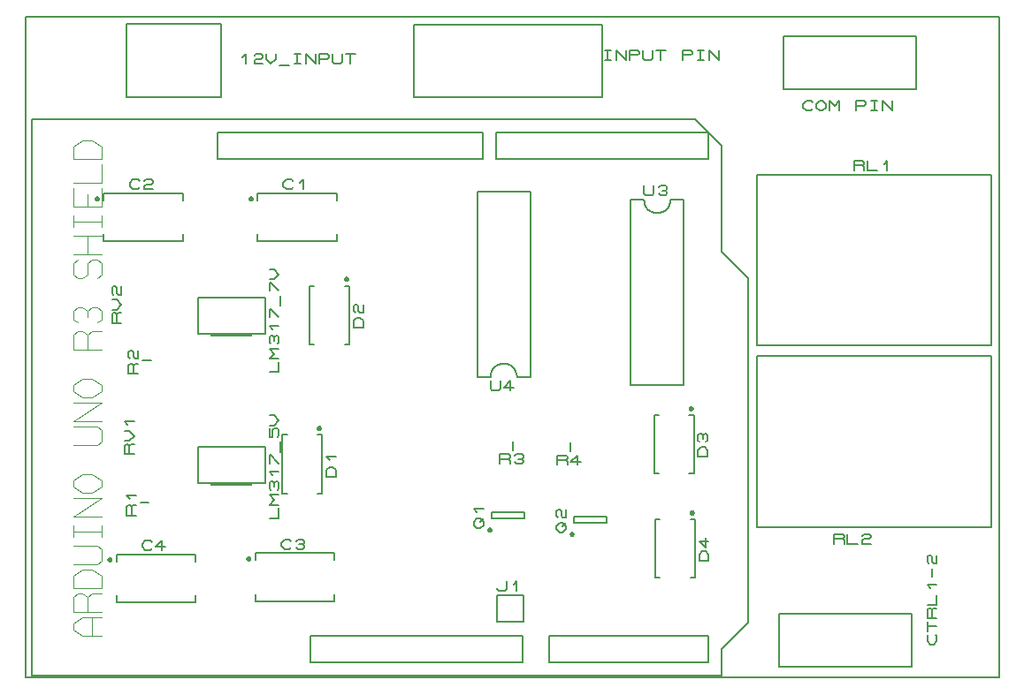
<source format=gbr>
G04 PROTEUS RS274X GERBER FILE*
%FSLAX45Y45*%
%MOMM*%
G01*
%ADD29C,0.203200*%
%ADD72C,0.000010*%
%ADD73C,0.250000*%
%ADD30C,0.200000*%
%TD.AperFunction*%
D29*
X+8644000Y+1710000D02*
X+2040000Y+1710000D01*
X+8390000Y+7044000D02*
X+2040000Y+7044000D01*
X+8644000Y+1710000D02*
X+8644000Y+1964000D01*
X+8898000Y+2218000D02*
X+8644000Y+1964000D01*
X+8898000Y+2218000D02*
X+8898000Y+5520000D01*
X+8644000Y+5774000D01*
X+8644000Y+6790000D01*
X+8390000Y+7044000D02*
X+8644000Y+6790000D01*
X+2040000Y+1710000D02*
X+2040000Y+7044000D01*
X+6993000Y+1837000D02*
X+8517000Y+1837000D01*
X+8517000Y+2091000D01*
X+6993000Y+2091000D01*
X+6993000Y+1837000D01*
X+4707000Y+1837000D02*
X+6739000Y+1837000D01*
X+6739000Y+2091000D01*
X+4707000Y+2091000D01*
X+4707000Y+1837000D01*
X+6485000Y+6663000D02*
X+8517000Y+6663000D01*
X+8517000Y+6917000D01*
X+6485000Y+6917000D01*
X+6485000Y+6663000D01*
X+3818000Y+6663000D02*
X+6358000Y+6663000D01*
X+6358000Y+6917000D01*
X+3818000Y+6917000D01*
X+3818000Y+6663000D01*
D72*
X+2710560Y+2091000D02*
X+2527680Y+2091000D01*
X+2436240Y+2148150D01*
X+2436240Y+2205300D01*
X+2527680Y+2262450D01*
X+2710560Y+2262450D01*
X+2619120Y+2091000D02*
X+2619120Y+2262450D01*
X+2710560Y+2319600D02*
X+2436240Y+2319600D01*
X+2436240Y+2462475D01*
X+2481960Y+2491050D01*
X+2527680Y+2491050D01*
X+2573400Y+2462475D01*
X+2573400Y+2319600D01*
X+2573400Y+2462475D02*
X+2619120Y+2491050D01*
X+2710560Y+2491050D01*
X+2710560Y+2548200D02*
X+2436240Y+2548200D01*
X+2436240Y+2662500D01*
X+2527680Y+2719650D01*
X+2619120Y+2719650D01*
X+2710560Y+2662500D01*
X+2710560Y+2548200D01*
X+2436240Y+2776800D02*
X+2664840Y+2776800D01*
X+2710560Y+2805375D01*
X+2710560Y+2919675D01*
X+2664840Y+2948250D01*
X+2436240Y+2948250D01*
X+2436240Y+3033975D02*
X+2436240Y+3148275D01*
X+2436240Y+3091125D02*
X+2710560Y+3091125D01*
X+2710560Y+3033975D02*
X+2710560Y+3148275D01*
X+2710560Y+3234000D02*
X+2436240Y+3234000D01*
X+2710560Y+3405450D01*
X+2436240Y+3405450D01*
X+2527680Y+3462600D02*
X+2436240Y+3519750D01*
X+2436240Y+3576900D01*
X+2527680Y+3634050D01*
X+2619120Y+3634050D01*
X+2710560Y+3576900D01*
X+2710560Y+3519750D01*
X+2619120Y+3462600D01*
X+2527680Y+3462600D01*
X+2436240Y+3919800D02*
X+2664840Y+3919800D01*
X+2710560Y+3948375D01*
X+2710560Y+4062675D01*
X+2664840Y+4091250D01*
X+2436240Y+4091250D01*
X+2710560Y+4148400D02*
X+2436240Y+4148400D01*
X+2710560Y+4319850D01*
X+2436240Y+4319850D01*
X+2527680Y+4377000D02*
X+2436240Y+4434150D01*
X+2436240Y+4491300D01*
X+2527680Y+4548450D01*
X+2619120Y+4548450D01*
X+2710560Y+4491300D01*
X+2710560Y+4434150D01*
X+2619120Y+4377000D01*
X+2527680Y+4377000D01*
X+2710560Y+4834200D02*
X+2436240Y+4834200D01*
X+2436240Y+4977075D01*
X+2481960Y+5005650D01*
X+2527680Y+5005650D01*
X+2573400Y+4977075D01*
X+2573400Y+4834200D01*
X+2573400Y+4977075D02*
X+2619120Y+5005650D01*
X+2710560Y+5005650D01*
X+2481960Y+5091375D02*
X+2436240Y+5119950D01*
X+2436240Y+5205675D01*
X+2481960Y+5234250D01*
X+2527680Y+5234250D01*
X+2573400Y+5205675D01*
X+2619120Y+5234250D01*
X+2664840Y+5234250D01*
X+2710560Y+5205675D01*
X+2710560Y+5119950D01*
X+2664840Y+5091375D01*
X+2573400Y+5148525D02*
X+2573400Y+5205675D01*
X+2664840Y+5520000D02*
X+2710560Y+5548575D01*
X+2710560Y+5662875D01*
X+2664840Y+5691450D01*
X+2619120Y+5691450D01*
X+2573400Y+5662875D01*
X+2573400Y+5548575D01*
X+2527680Y+5520000D01*
X+2481960Y+5520000D01*
X+2436240Y+5548575D01*
X+2436240Y+5662875D01*
X+2481960Y+5691450D01*
X+2710560Y+5748600D02*
X+2436240Y+5748600D01*
X+2436240Y+5920050D02*
X+2710560Y+5920050D01*
X+2573400Y+5748600D02*
X+2573400Y+5920050D01*
X+2436240Y+6005775D02*
X+2436240Y+6120075D01*
X+2436240Y+6062925D02*
X+2710560Y+6062925D01*
X+2710560Y+6005775D02*
X+2710560Y+6120075D01*
X+2710560Y+6377250D02*
X+2710560Y+6205800D01*
X+2436240Y+6205800D01*
X+2436240Y+6377250D01*
X+2573400Y+6205800D02*
X+2573400Y+6320100D01*
X+2436240Y+6434400D02*
X+2710560Y+6434400D01*
X+2710560Y+6605850D01*
X+2710560Y+6663000D02*
X+2436240Y+6663000D01*
X+2436240Y+6777300D01*
X+2527680Y+6834450D01*
X+2619120Y+6834450D01*
X+2710560Y+6777300D01*
X+2710560Y+6663000D01*
D29*
X+4275120Y+5332840D02*
X+3635040Y+5332840D01*
X+3635040Y+4984860D01*
X+4275120Y+4984860D01*
X+4275120Y+5330300D01*
X+4140500Y+4984860D02*
X+4140500Y+4964540D01*
X+3762040Y+4964540D01*
X+3762040Y+4982320D01*
X+4315760Y+4617040D02*
X+4407200Y+4617040D01*
X+4407200Y+4712290D01*
X+4407200Y+4744040D02*
X+4315760Y+4744040D01*
X+4361480Y+4791665D01*
X+4315760Y+4839290D01*
X+4407200Y+4839290D01*
X+4331000Y+4886915D02*
X+4315760Y+4902790D01*
X+4315760Y+4950415D01*
X+4331000Y+4966290D01*
X+4346240Y+4966290D01*
X+4361480Y+4950415D01*
X+4376720Y+4966290D01*
X+4391960Y+4966290D01*
X+4407200Y+4950415D01*
X+4407200Y+4902790D01*
X+4391960Y+4886915D01*
X+4361480Y+4918665D02*
X+4361480Y+4950415D01*
X+4346240Y+5029790D02*
X+4315760Y+5061540D01*
X+4407200Y+5061540D01*
X+4315760Y+5140915D02*
X+4315760Y+5220290D01*
X+4331000Y+5220290D01*
X+4407200Y+5140915D01*
X+4422440Y+5252040D02*
X+4422440Y+5347290D01*
X+4315760Y+5394915D02*
X+4315760Y+5474290D01*
X+4331000Y+5474290D01*
X+4407200Y+5394915D01*
X+4315760Y+5506040D02*
X+4361480Y+5506040D01*
X+4407200Y+5553665D01*
X+4361480Y+5601290D01*
X+4315760Y+5601290D01*
X+4275120Y+3902840D02*
X+3635040Y+3902840D01*
X+3635040Y+3554860D01*
X+4275120Y+3554860D01*
X+4275120Y+3900300D01*
X+4140500Y+3554860D02*
X+4140500Y+3534540D01*
X+3762040Y+3534540D01*
X+3762040Y+3552320D01*
X+4315760Y+3217040D02*
X+4407200Y+3217040D01*
X+4407200Y+3312290D01*
X+4407200Y+3344040D02*
X+4315760Y+3344040D01*
X+4361480Y+3391665D01*
X+4315760Y+3439290D01*
X+4407200Y+3439290D01*
X+4331000Y+3486915D02*
X+4315760Y+3502790D01*
X+4315760Y+3550415D01*
X+4331000Y+3566290D01*
X+4346240Y+3566290D01*
X+4361480Y+3550415D01*
X+4376720Y+3566290D01*
X+4391960Y+3566290D01*
X+4407200Y+3550415D01*
X+4407200Y+3502790D01*
X+4391960Y+3486915D01*
X+4361480Y+3518665D02*
X+4361480Y+3550415D01*
X+4346240Y+3629790D02*
X+4315760Y+3661540D01*
X+4407200Y+3661540D01*
X+4315760Y+3740915D02*
X+4315760Y+3820290D01*
X+4331000Y+3820290D01*
X+4407200Y+3740915D01*
X+4422440Y+3852040D02*
X+4422440Y+3947290D01*
X+4315760Y+4074290D02*
X+4315760Y+3994915D01*
X+4346240Y+3994915D01*
X+4346240Y+4058415D01*
X+4361480Y+4074290D01*
X+4391960Y+4074290D01*
X+4407200Y+4058415D01*
X+4407200Y+4010790D01*
X+4391960Y+3994915D01*
X+4315760Y+4106040D02*
X+4361480Y+4106040D01*
X+4407200Y+4153665D01*
X+4361480Y+4201290D01*
X+4315760Y+4201290D01*
D73*
X+4802500Y+4080000D02*
X+4802457Y+4081039D01*
X+4802105Y+4083118D01*
X+4801368Y+4085197D01*
X+4800164Y+4087276D01*
X+4798323Y+4089326D01*
X+4796244Y+4090829D01*
X+4794165Y+4091786D01*
X+4792086Y+4092325D01*
X+4790007Y+4092500D01*
X+4790000Y+4092500D01*
X+4777500Y+4080000D02*
X+4777543Y+4081039D01*
X+4777895Y+4083118D01*
X+4778632Y+4085197D01*
X+4779836Y+4087276D01*
X+4781677Y+4089326D01*
X+4783756Y+4090829D01*
X+4785835Y+4091786D01*
X+4787914Y+4092325D01*
X+4789993Y+4092500D01*
X+4790000Y+4092500D01*
X+4777500Y+4080000D02*
X+4777543Y+4078961D01*
X+4777895Y+4076882D01*
X+4778632Y+4074803D01*
X+4779836Y+4072724D01*
X+4781677Y+4070674D01*
X+4783756Y+4069171D01*
X+4785835Y+4068214D01*
X+4787914Y+4067675D01*
X+4789993Y+4067500D01*
X+4790000Y+4067500D01*
X+4802500Y+4080000D02*
X+4802457Y+4078961D01*
X+4802105Y+4076882D01*
X+4801368Y+4074803D01*
X+4800164Y+4072724D01*
X+4798323Y+4070674D01*
X+4796244Y+4069171D01*
X+4794165Y+4068214D01*
X+4792086Y+4067675D01*
X+4790007Y+4067500D01*
X+4790000Y+4067500D01*
D30*
X+4775000Y+4015000D02*
X+4820000Y+4015000D01*
X+4820000Y+3455000D01*
X+4775000Y+3455000D01*
X+4485000Y+4015000D02*
X+4440000Y+4015000D01*
X+4440000Y+3455000D01*
X+4485000Y+3455000D01*
D29*
X+4951920Y+3614250D02*
X+4860480Y+3614250D01*
X+4860480Y+3677750D01*
X+4890960Y+3709500D01*
X+4921440Y+3709500D01*
X+4951920Y+3677750D01*
X+4951920Y+3614250D01*
X+4890960Y+3773000D02*
X+4860480Y+3804750D01*
X+4951920Y+3804750D01*
D73*
X+5062500Y+5510000D02*
X+5062457Y+5511039D01*
X+5062105Y+5513118D01*
X+5061368Y+5515197D01*
X+5060164Y+5517276D01*
X+5058323Y+5519326D01*
X+5056244Y+5520829D01*
X+5054165Y+5521786D01*
X+5052086Y+5522325D01*
X+5050007Y+5522500D01*
X+5050000Y+5522500D01*
X+5037500Y+5510000D02*
X+5037543Y+5511039D01*
X+5037895Y+5513118D01*
X+5038632Y+5515197D01*
X+5039836Y+5517276D01*
X+5041677Y+5519326D01*
X+5043756Y+5520829D01*
X+5045835Y+5521786D01*
X+5047914Y+5522325D01*
X+5049993Y+5522500D01*
X+5050000Y+5522500D01*
X+5037500Y+5510000D02*
X+5037543Y+5508961D01*
X+5037895Y+5506882D01*
X+5038632Y+5504803D01*
X+5039836Y+5502724D01*
X+5041677Y+5500674D01*
X+5043756Y+5499171D01*
X+5045835Y+5498214D01*
X+5047914Y+5497675D01*
X+5049993Y+5497500D01*
X+5050000Y+5497500D01*
X+5062500Y+5510000D02*
X+5062457Y+5508961D01*
X+5062105Y+5506882D01*
X+5061368Y+5504803D01*
X+5060164Y+5502724D01*
X+5058323Y+5500674D01*
X+5056244Y+5499171D01*
X+5054165Y+5498214D01*
X+5052086Y+5497675D01*
X+5050007Y+5497500D01*
X+5050000Y+5497500D01*
D30*
X+5035000Y+5445000D02*
X+5080000Y+5445000D01*
X+5080000Y+4885000D01*
X+5035000Y+4885000D01*
X+4745000Y+5445000D02*
X+4700000Y+5445000D01*
X+4700000Y+4885000D01*
X+4745000Y+4885000D01*
D29*
X+5211920Y+5044250D02*
X+5120480Y+5044250D01*
X+5120480Y+5107750D01*
X+5150960Y+5139500D01*
X+5181440Y+5139500D01*
X+5211920Y+5107750D01*
X+5211920Y+5044250D01*
X+5135720Y+5187125D02*
X+5120480Y+5203000D01*
X+5120480Y+5250625D01*
X+5135720Y+5266500D01*
X+5150960Y+5266500D01*
X+5166200Y+5250625D01*
X+5166200Y+5203000D01*
X+5181440Y+5187125D01*
X+5211920Y+5187125D01*
X+5211920Y+5266500D01*
D73*
X+4147500Y+6280000D02*
X+4147457Y+6281039D01*
X+4147105Y+6283118D01*
X+4146368Y+6285197D01*
X+4145164Y+6287276D01*
X+4143323Y+6289326D01*
X+4141244Y+6290829D01*
X+4139165Y+6291786D01*
X+4137086Y+6292325D01*
X+4135007Y+6292500D01*
X+4135000Y+6292500D01*
X+4122500Y+6280000D02*
X+4122543Y+6281039D01*
X+4122895Y+6283118D01*
X+4123632Y+6285197D01*
X+4124836Y+6287276D01*
X+4126677Y+6289326D01*
X+4128756Y+6290829D01*
X+4130835Y+6291786D01*
X+4132914Y+6292325D01*
X+4134993Y+6292500D01*
X+4135000Y+6292500D01*
X+4122500Y+6280000D02*
X+4122543Y+6278961D01*
X+4122895Y+6276882D01*
X+4123632Y+6274803D01*
X+4124836Y+6272724D01*
X+4126677Y+6270674D01*
X+4128756Y+6269171D01*
X+4130835Y+6268214D01*
X+4132914Y+6267675D01*
X+4134993Y+6267500D01*
X+4135000Y+6267500D01*
X+4147500Y+6280000D02*
X+4147457Y+6278961D01*
X+4147105Y+6276882D01*
X+4146368Y+6274803D01*
X+4145164Y+6272724D01*
X+4143323Y+6270674D01*
X+4141244Y+6269171D01*
X+4139165Y+6268214D01*
X+4137086Y+6267675D01*
X+4135007Y+6267500D01*
X+4135000Y+6267500D01*
D30*
X+4200000Y+6262500D02*
X+4200000Y+6330000D01*
X+4960000Y+6330000D01*
X+4960000Y+6262500D01*
X+4200000Y+5937500D02*
X+4200000Y+5870000D01*
X+4960000Y+5870000D01*
X+4960000Y+5937500D01*
D29*
X+4542000Y+6385720D02*
X+4526125Y+6370480D01*
X+4478500Y+6370480D01*
X+4446750Y+6400960D01*
X+4446750Y+6431440D01*
X+4478500Y+6461920D01*
X+4526125Y+6461920D01*
X+4542000Y+6446680D01*
X+4605500Y+6431440D02*
X+4637250Y+6461920D01*
X+4637250Y+6370480D01*
D73*
X+2677500Y+6280000D02*
X+2677457Y+6281039D01*
X+2677105Y+6283118D01*
X+2676368Y+6285197D01*
X+2675164Y+6287276D01*
X+2673323Y+6289326D01*
X+2671244Y+6290829D01*
X+2669165Y+6291786D01*
X+2667086Y+6292325D01*
X+2665007Y+6292500D01*
X+2665000Y+6292500D01*
X+2652500Y+6280000D02*
X+2652543Y+6281039D01*
X+2652895Y+6283118D01*
X+2653632Y+6285197D01*
X+2654836Y+6287276D01*
X+2656677Y+6289326D01*
X+2658756Y+6290829D01*
X+2660835Y+6291786D01*
X+2662914Y+6292325D01*
X+2664993Y+6292500D01*
X+2665000Y+6292500D01*
X+2652500Y+6280000D02*
X+2652543Y+6278961D01*
X+2652895Y+6276882D01*
X+2653632Y+6274803D01*
X+2654836Y+6272724D01*
X+2656677Y+6270674D01*
X+2658756Y+6269171D01*
X+2660835Y+6268214D01*
X+2662914Y+6267675D01*
X+2664993Y+6267500D01*
X+2665000Y+6267500D01*
X+2677500Y+6280000D02*
X+2677457Y+6278961D01*
X+2677105Y+6276882D01*
X+2676368Y+6274803D01*
X+2675164Y+6272724D01*
X+2673323Y+6270674D01*
X+2671244Y+6269171D01*
X+2669165Y+6268214D01*
X+2667086Y+6267675D01*
X+2665007Y+6267500D01*
X+2665000Y+6267500D01*
D30*
X+2730000Y+6262500D02*
X+2730000Y+6330000D01*
X+3490000Y+6330000D01*
X+3490000Y+6262500D01*
X+2730000Y+5937500D02*
X+2730000Y+5870000D01*
X+3490000Y+5870000D01*
X+3490000Y+5937500D01*
D29*
X+3072000Y+6385720D02*
X+3056125Y+6370480D01*
X+3008500Y+6370480D01*
X+2976750Y+6400960D01*
X+2976750Y+6431440D01*
X+3008500Y+6461920D01*
X+3056125Y+6461920D01*
X+3072000Y+6446680D01*
X+3119625Y+6446680D02*
X+3135500Y+6461920D01*
X+3183125Y+6461920D01*
X+3199000Y+6446680D01*
X+3199000Y+6431440D01*
X+3183125Y+6416200D01*
X+3135500Y+6416200D01*
X+3119625Y+6400960D01*
X+3119625Y+6370480D01*
X+3199000Y+6370480D01*
D73*
X+4127500Y+2830000D02*
X+4127457Y+2831039D01*
X+4127105Y+2833118D01*
X+4126368Y+2835197D01*
X+4125164Y+2837276D01*
X+4123323Y+2839326D01*
X+4121244Y+2840829D01*
X+4119165Y+2841786D01*
X+4117086Y+2842325D01*
X+4115007Y+2842500D01*
X+4115000Y+2842500D01*
X+4102500Y+2830000D02*
X+4102543Y+2831039D01*
X+4102895Y+2833118D01*
X+4103632Y+2835197D01*
X+4104836Y+2837276D01*
X+4106677Y+2839326D01*
X+4108756Y+2840829D01*
X+4110835Y+2841786D01*
X+4112914Y+2842325D01*
X+4114993Y+2842500D01*
X+4115000Y+2842500D01*
X+4102500Y+2830000D02*
X+4102543Y+2828961D01*
X+4102895Y+2826882D01*
X+4103632Y+2824803D01*
X+4104836Y+2822724D01*
X+4106677Y+2820674D01*
X+4108756Y+2819171D01*
X+4110835Y+2818214D01*
X+4112914Y+2817675D01*
X+4114993Y+2817500D01*
X+4115000Y+2817500D01*
X+4127500Y+2830000D02*
X+4127457Y+2828961D01*
X+4127105Y+2826882D01*
X+4126368Y+2824803D01*
X+4125164Y+2822724D01*
X+4123323Y+2820674D01*
X+4121244Y+2819171D01*
X+4119165Y+2818214D01*
X+4117086Y+2817675D01*
X+4115007Y+2817500D01*
X+4115000Y+2817500D01*
D30*
X+4180000Y+2812500D02*
X+4180000Y+2880000D01*
X+4940000Y+2880000D01*
X+4940000Y+2812500D01*
X+4180000Y+2487500D02*
X+4180000Y+2420000D01*
X+4940000Y+2420000D01*
X+4940000Y+2487500D01*
D29*
X+4522000Y+2935720D02*
X+4506125Y+2920480D01*
X+4458500Y+2920480D01*
X+4426750Y+2950960D01*
X+4426750Y+2981440D01*
X+4458500Y+3011920D01*
X+4506125Y+3011920D01*
X+4522000Y+2996680D01*
X+4569625Y+2996680D02*
X+4585500Y+3011920D01*
X+4633125Y+3011920D01*
X+4649000Y+2996680D01*
X+4649000Y+2981440D01*
X+4633125Y+2966200D01*
X+4649000Y+2950960D01*
X+4649000Y+2935720D01*
X+4633125Y+2920480D01*
X+4585500Y+2920480D01*
X+4569625Y+2935720D01*
X+4601375Y+2966200D02*
X+4633125Y+2966200D01*
D73*
X+2797500Y+2820000D02*
X+2797457Y+2821039D01*
X+2797105Y+2823118D01*
X+2796368Y+2825197D01*
X+2795164Y+2827276D01*
X+2793323Y+2829326D01*
X+2791244Y+2830829D01*
X+2789165Y+2831786D01*
X+2787086Y+2832325D01*
X+2785007Y+2832500D01*
X+2785000Y+2832500D01*
X+2772500Y+2820000D02*
X+2772543Y+2821039D01*
X+2772895Y+2823118D01*
X+2773632Y+2825197D01*
X+2774836Y+2827276D01*
X+2776677Y+2829326D01*
X+2778756Y+2830829D01*
X+2780835Y+2831786D01*
X+2782914Y+2832325D01*
X+2784993Y+2832500D01*
X+2785000Y+2832500D01*
X+2772500Y+2820000D02*
X+2772543Y+2818961D01*
X+2772895Y+2816882D01*
X+2773632Y+2814803D01*
X+2774836Y+2812724D01*
X+2776677Y+2810674D01*
X+2778756Y+2809171D01*
X+2780835Y+2808214D01*
X+2782914Y+2807675D01*
X+2784993Y+2807500D01*
X+2785000Y+2807500D01*
X+2797500Y+2820000D02*
X+2797457Y+2818961D01*
X+2797105Y+2816882D01*
X+2796368Y+2814803D01*
X+2795164Y+2812724D01*
X+2793323Y+2810674D01*
X+2791244Y+2809171D01*
X+2789165Y+2808214D01*
X+2787086Y+2807675D01*
X+2785007Y+2807500D01*
X+2785000Y+2807500D01*
D30*
X+2850000Y+2802500D02*
X+2850000Y+2870000D01*
X+3610000Y+2870000D01*
X+3610000Y+2802500D01*
X+2850000Y+2477500D02*
X+2850000Y+2410000D01*
X+3610000Y+2410000D01*
X+3610000Y+2477500D01*
D29*
X+3192000Y+2925720D02*
X+3176125Y+2910480D01*
X+3128500Y+2910480D01*
X+3096750Y+2940960D01*
X+3096750Y+2971440D01*
X+3128500Y+3001920D01*
X+3176125Y+3001920D01*
X+3192000Y+2986680D01*
X+3319000Y+2940960D02*
X+3223750Y+2940960D01*
X+3287250Y+3001920D01*
X+3287250Y+2910480D01*
D30*
X+3080000Y+3370000D02*
X+3160000Y+3370000D01*
D29*
X+3039520Y+3243000D02*
X+2948080Y+3243000D01*
X+2948080Y+3322375D01*
X+2963320Y+3338250D01*
X+2978560Y+3338250D01*
X+2993800Y+3322375D01*
X+2993800Y+3243000D01*
X+2993800Y+3322375D02*
X+3009040Y+3338250D01*
X+3039520Y+3338250D01*
X+2978560Y+3401750D02*
X+2948080Y+3433500D01*
X+3039520Y+3433500D01*
D30*
X+3100000Y+4730000D02*
X+3180000Y+4730000D01*
D29*
X+3059520Y+4603000D02*
X+2968080Y+4603000D01*
X+2968080Y+4682375D01*
X+2983320Y+4698250D01*
X+2998560Y+4698250D01*
X+3013800Y+4682375D01*
X+3013800Y+4603000D01*
X+3013800Y+4682375D02*
X+3029040Y+4698250D01*
X+3059520Y+4698250D01*
X+2983320Y+4745875D02*
X+2968080Y+4761750D01*
X+2968080Y+4809375D01*
X+2983320Y+4825250D01*
X+2998560Y+4825250D01*
X+3013800Y+4809375D01*
X+3013800Y+4761750D01*
X+3029040Y+4745875D01*
X+3059520Y+4745875D01*
X+3059520Y+4825250D01*
X+2899520Y+5089500D02*
X+2808080Y+5089500D01*
X+2808080Y+5168875D01*
X+2823320Y+5184750D01*
X+2838560Y+5184750D01*
X+2853800Y+5168875D01*
X+2853800Y+5089500D01*
X+2853800Y+5168875D02*
X+2869040Y+5184750D01*
X+2899520Y+5184750D01*
X+2808080Y+5216500D02*
X+2853800Y+5216500D01*
X+2899520Y+5264125D01*
X+2853800Y+5311750D01*
X+2808080Y+5311750D01*
X+2823320Y+5359375D02*
X+2808080Y+5375250D01*
X+2808080Y+5422875D01*
X+2823320Y+5438750D01*
X+2838560Y+5438750D01*
X+2853800Y+5422875D01*
X+2853800Y+5375250D01*
X+2869040Y+5359375D01*
X+2899520Y+5359375D01*
X+2899520Y+5438750D01*
X+8156000Y+6271000D02*
X+8283000Y+6271000D01*
X+7775000Y+6271000D02*
X+7902000Y+6271000D01*
X+8029000Y+6144000D02*
X+8054876Y+6146436D01*
X+8078848Y+6153485D01*
X+8100438Y+6164762D01*
X+8119170Y+6179878D01*
X+8134569Y+6198446D01*
X+8146158Y+6220081D01*
X+8153460Y+6244394D01*
X+8156000Y+6271000D01*
X+8029000Y+6144000D02*
X+8002394Y+6146436D01*
X+7978081Y+6153485D01*
X+7956446Y+6164762D01*
X+7937878Y+6179878D01*
X+7922762Y+6198446D01*
X+7911485Y+6220081D01*
X+7904436Y+6244394D01*
X+7902000Y+6271000D01*
X+7775000Y+6271000D02*
X+7775000Y+4493000D01*
X+8283000Y+4493000D01*
X+8283000Y+6271000D01*
X+7902000Y+6403080D02*
X+7902000Y+6326880D01*
X+7917875Y+6311640D01*
X+7981375Y+6311640D01*
X+7997250Y+6326880D01*
X+7997250Y+6403080D01*
X+8044875Y+6387840D02*
X+8060750Y+6403080D01*
X+8108375Y+6403080D01*
X+8124250Y+6387840D01*
X+8124250Y+6372600D01*
X+8108375Y+6357360D01*
X+8124250Y+6342120D01*
X+8124250Y+6326880D01*
X+8108375Y+6311640D01*
X+8060750Y+6311640D01*
X+8044875Y+6326880D01*
X+8076625Y+6357360D02*
X+8108375Y+6357360D01*
X+6432000Y+4573000D02*
X+6305000Y+4573000D01*
X+6813000Y+4573000D02*
X+6686000Y+4573000D01*
X+6559000Y+4700000D02*
X+6533124Y+4697564D01*
X+6509152Y+4690515D01*
X+6487562Y+4679238D01*
X+6468830Y+4664122D01*
X+6453431Y+4645554D01*
X+6441842Y+4623919D01*
X+6434540Y+4599606D01*
X+6432000Y+4573000D01*
X+6559000Y+4700000D02*
X+6585606Y+4697564D01*
X+6609919Y+4690515D01*
X+6631554Y+4679238D01*
X+6650122Y+4664122D01*
X+6665238Y+4645554D01*
X+6676515Y+4623919D01*
X+6683564Y+4599606D01*
X+6686000Y+4573000D01*
X+6813000Y+4573000D02*
X+6813000Y+6351000D01*
X+6305000Y+6351000D01*
X+6305000Y+4573000D01*
X+6432000Y+4532360D02*
X+6432000Y+4456160D01*
X+6447875Y+4440920D01*
X+6511375Y+4440920D01*
X+6527250Y+4456160D01*
X+6527250Y+4532360D01*
X+6654250Y+4471400D02*
X+6559000Y+4471400D01*
X+6622500Y+4532360D01*
X+6622500Y+4440920D01*
D30*
X+6650000Y+3870000D02*
X+6650000Y+3950000D01*
D29*
X+6523000Y+3738080D02*
X+6523000Y+3829520D01*
X+6602375Y+3829520D01*
X+6618250Y+3814280D01*
X+6618250Y+3799040D01*
X+6602375Y+3783800D01*
X+6523000Y+3783800D01*
X+6602375Y+3783800D02*
X+6618250Y+3768560D01*
X+6618250Y+3738080D01*
X+6665875Y+3814280D02*
X+6681750Y+3829520D01*
X+6729375Y+3829520D01*
X+6745250Y+3814280D01*
X+6745250Y+3799040D01*
X+6729375Y+3783800D01*
X+6745250Y+3768560D01*
X+6745250Y+3753320D01*
X+6729375Y+3738080D01*
X+6681750Y+3738080D01*
X+6665875Y+3753320D01*
X+6697625Y+3783800D02*
X+6729375Y+3783800D01*
D30*
X+7200000Y+3860000D02*
X+7200000Y+3940000D01*
D29*
X+7073000Y+3728080D02*
X+7073000Y+3819520D01*
X+7152375Y+3819520D01*
X+7168250Y+3804280D01*
X+7168250Y+3789040D01*
X+7152375Y+3773800D01*
X+7073000Y+3773800D01*
X+7152375Y+3773800D02*
X+7168250Y+3758560D01*
X+7168250Y+3728080D01*
X+7295250Y+3758560D02*
X+7200000Y+3758560D01*
X+7263500Y+3819520D01*
X+7263500Y+3728080D01*
D73*
X+6432500Y+3105000D02*
X+6432457Y+3106039D01*
X+6432105Y+3108118D01*
X+6431368Y+3110197D01*
X+6430164Y+3112276D01*
X+6428323Y+3114326D01*
X+6426244Y+3115829D01*
X+6424165Y+3116786D01*
X+6422086Y+3117325D01*
X+6420007Y+3117500D01*
X+6420000Y+3117500D01*
X+6407500Y+3105000D02*
X+6407543Y+3106039D01*
X+6407895Y+3108118D01*
X+6408632Y+3110197D01*
X+6409836Y+3112276D01*
X+6411677Y+3114326D01*
X+6413756Y+3115829D01*
X+6415835Y+3116786D01*
X+6417914Y+3117325D01*
X+6419993Y+3117500D01*
X+6420000Y+3117500D01*
X+6407500Y+3105000D02*
X+6407543Y+3103961D01*
X+6407895Y+3101882D01*
X+6408632Y+3099803D01*
X+6409836Y+3097724D01*
X+6411677Y+3095674D01*
X+6413756Y+3094171D01*
X+6415835Y+3093214D01*
X+6417914Y+3092675D01*
X+6419993Y+3092500D01*
X+6420000Y+3092500D01*
X+6432500Y+3105000D02*
X+6432457Y+3103961D01*
X+6432105Y+3101882D01*
X+6431368Y+3099803D01*
X+6430164Y+3097724D01*
X+6428323Y+3095674D01*
X+6426244Y+3094171D01*
X+6424165Y+3093214D01*
X+6422086Y+3092675D01*
X+6420007Y+3092500D01*
X+6420000Y+3092500D01*
D30*
X+6755000Y+3215000D02*
X+6755000Y+3275000D01*
X+6445000Y+3275000D01*
X+6445000Y+3215000D01*
X+6755000Y+3215000D01*
D29*
X+6303560Y+3118000D02*
X+6273080Y+3149750D01*
X+6273080Y+3181500D01*
X+6303560Y+3213250D01*
X+6334040Y+3213250D01*
X+6364520Y+3181500D01*
X+6364520Y+3149750D01*
X+6334040Y+3118000D01*
X+6303560Y+3118000D01*
X+6334040Y+3181500D02*
X+6364520Y+3213250D01*
X+6303560Y+3276750D02*
X+6273080Y+3308500D01*
X+6364520Y+3308500D01*
D73*
X+7222500Y+3065000D02*
X+7222457Y+3066039D01*
X+7222105Y+3068118D01*
X+7221368Y+3070197D01*
X+7220164Y+3072276D01*
X+7218323Y+3074326D01*
X+7216244Y+3075829D01*
X+7214165Y+3076786D01*
X+7212086Y+3077325D01*
X+7210007Y+3077500D01*
X+7210000Y+3077500D01*
X+7197500Y+3065000D02*
X+7197543Y+3066039D01*
X+7197895Y+3068118D01*
X+7198632Y+3070197D01*
X+7199836Y+3072276D01*
X+7201677Y+3074326D01*
X+7203756Y+3075829D01*
X+7205835Y+3076786D01*
X+7207914Y+3077325D01*
X+7209993Y+3077500D01*
X+7210000Y+3077500D01*
X+7197500Y+3065000D02*
X+7197543Y+3063961D01*
X+7197895Y+3061882D01*
X+7198632Y+3059803D01*
X+7199836Y+3057724D01*
X+7201677Y+3055674D01*
X+7203756Y+3054171D01*
X+7205835Y+3053214D01*
X+7207914Y+3052675D01*
X+7209993Y+3052500D01*
X+7210000Y+3052500D01*
X+7222500Y+3065000D02*
X+7222457Y+3063961D01*
X+7222105Y+3061882D01*
X+7221368Y+3059803D01*
X+7220164Y+3057724D01*
X+7218323Y+3055674D01*
X+7216244Y+3054171D01*
X+7214165Y+3053214D01*
X+7212086Y+3052675D01*
X+7210007Y+3052500D01*
X+7210000Y+3052500D01*
D30*
X+7545000Y+3175000D02*
X+7545000Y+3235000D01*
X+7235000Y+3235000D01*
X+7235000Y+3175000D01*
X+7545000Y+3175000D01*
D29*
X+7093560Y+3078000D02*
X+7063080Y+3109750D01*
X+7063080Y+3141500D01*
X+7093560Y+3173250D01*
X+7124040Y+3173250D01*
X+7154520Y+3141500D01*
X+7154520Y+3109750D01*
X+7124040Y+3078000D01*
X+7093560Y+3078000D01*
X+7124040Y+3141500D02*
X+7154520Y+3173250D01*
X+7078320Y+3220875D02*
X+7063080Y+3236750D01*
X+7063080Y+3284375D01*
X+7078320Y+3300250D01*
X+7093560Y+3300250D01*
X+7108800Y+3284375D01*
X+7108800Y+3236750D01*
X+7124040Y+3220875D01*
X+7154520Y+3220875D01*
X+7154520Y+3300250D01*
X+6493000Y+2223000D02*
X+6747000Y+2223000D01*
X+6747000Y+2477000D01*
X+6493000Y+2477000D01*
X+6493000Y+2223000D01*
X+6493000Y+2548120D02*
X+6493000Y+2532880D01*
X+6508875Y+2517640D01*
X+6572375Y+2517640D01*
X+6588250Y+2532880D01*
X+6588250Y+2609080D01*
X+6651750Y+2578600D02*
X+6683500Y+2609080D01*
X+6683500Y+2517640D01*
D73*
X+8362500Y+4270000D02*
X+8362457Y+4271039D01*
X+8362105Y+4273118D01*
X+8361368Y+4275197D01*
X+8360164Y+4277276D01*
X+8358323Y+4279326D01*
X+8356244Y+4280829D01*
X+8354165Y+4281786D01*
X+8352086Y+4282325D01*
X+8350007Y+4282500D01*
X+8350000Y+4282500D01*
X+8337500Y+4270000D02*
X+8337543Y+4271039D01*
X+8337895Y+4273118D01*
X+8338632Y+4275197D01*
X+8339836Y+4277276D01*
X+8341677Y+4279326D01*
X+8343756Y+4280829D01*
X+8345835Y+4281786D01*
X+8347914Y+4282325D01*
X+8349993Y+4282500D01*
X+8350000Y+4282500D01*
X+8337500Y+4270000D02*
X+8337543Y+4268961D01*
X+8337895Y+4266882D01*
X+8338632Y+4264803D01*
X+8339836Y+4262724D01*
X+8341677Y+4260674D01*
X+8343756Y+4259171D01*
X+8345835Y+4258214D01*
X+8347914Y+4257675D01*
X+8349993Y+4257500D01*
X+8350000Y+4257500D01*
X+8362500Y+4270000D02*
X+8362457Y+4268961D01*
X+8362105Y+4266882D01*
X+8361368Y+4264803D01*
X+8360164Y+4262724D01*
X+8358323Y+4260674D01*
X+8356244Y+4259171D01*
X+8354165Y+4258214D01*
X+8352086Y+4257675D01*
X+8350007Y+4257500D01*
X+8350000Y+4257500D01*
D30*
X+8335000Y+4205000D02*
X+8380000Y+4205000D01*
X+8380000Y+3645000D01*
X+8335000Y+3645000D01*
X+8045000Y+4205000D02*
X+8000000Y+4205000D01*
X+8000000Y+3645000D01*
X+8045000Y+3645000D01*
D29*
X+8511920Y+3804250D02*
X+8420480Y+3804250D01*
X+8420480Y+3867750D01*
X+8450960Y+3899500D01*
X+8481440Y+3899500D01*
X+8511920Y+3867750D01*
X+8511920Y+3804250D01*
X+8435720Y+3947125D02*
X+8420480Y+3963000D01*
X+8420480Y+4010625D01*
X+8435720Y+4026500D01*
X+8450960Y+4026500D01*
X+8466200Y+4010625D01*
X+8481440Y+4026500D01*
X+8496680Y+4026500D01*
X+8511920Y+4010625D01*
X+8511920Y+3963000D01*
X+8496680Y+3947125D01*
X+8466200Y+3978875D02*
X+8466200Y+4010625D01*
D73*
X+8372500Y+3270000D02*
X+8372457Y+3271039D01*
X+8372105Y+3273118D01*
X+8371368Y+3275197D01*
X+8370164Y+3277276D01*
X+8368323Y+3279326D01*
X+8366244Y+3280829D01*
X+8364165Y+3281786D01*
X+8362086Y+3282325D01*
X+8360007Y+3282500D01*
X+8360000Y+3282500D01*
X+8347500Y+3270000D02*
X+8347543Y+3271039D01*
X+8347895Y+3273118D01*
X+8348632Y+3275197D01*
X+8349836Y+3277276D01*
X+8351677Y+3279326D01*
X+8353756Y+3280829D01*
X+8355835Y+3281786D01*
X+8357914Y+3282325D01*
X+8359993Y+3282500D01*
X+8360000Y+3282500D01*
X+8347500Y+3270000D02*
X+8347543Y+3268961D01*
X+8347895Y+3266882D01*
X+8348632Y+3264803D01*
X+8349836Y+3262724D01*
X+8351677Y+3260674D01*
X+8353756Y+3259171D01*
X+8355835Y+3258214D01*
X+8357914Y+3257675D01*
X+8359993Y+3257500D01*
X+8360000Y+3257500D01*
X+8372500Y+3270000D02*
X+8372457Y+3268961D01*
X+8372105Y+3266882D01*
X+8371368Y+3264803D01*
X+8370164Y+3262724D01*
X+8368323Y+3260674D01*
X+8366244Y+3259171D01*
X+8364165Y+3258214D01*
X+8362086Y+3257675D01*
X+8360007Y+3257500D01*
X+8360000Y+3257500D01*
D30*
X+8345000Y+3205000D02*
X+8390000Y+3205000D01*
X+8390000Y+2645000D01*
X+8345000Y+2645000D01*
X+8055000Y+3205000D02*
X+8010000Y+3205000D01*
X+8010000Y+2645000D01*
X+8055000Y+2645000D01*
D29*
X+8521920Y+2804250D02*
X+8430480Y+2804250D01*
X+8430480Y+2867750D01*
X+8460960Y+2899500D01*
X+8491440Y+2899500D01*
X+8521920Y+2867750D01*
X+8521920Y+2804250D01*
X+8491440Y+3026500D02*
X+8491440Y+2931250D01*
X+8430480Y+2994750D01*
X+8521920Y+2994750D01*
X+8980000Y+4871000D02*
X+11230000Y+4871000D01*
X+11230000Y+6511000D01*
X+8980000Y+6511000D01*
X+8980000Y+4871000D01*
X+9914500Y+6551640D02*
X+9914500Y+6643080D01*
X+9993875Y+6643080D01*
X+10009750Y+6627840D01*
X+10009750Y+6612600D01*
X+9993875Y+6597360D01*
X+9914500Y+6597360D01*
X+9993875Y+6597360D02*
X+10009750Y+6582120D01*
X+10009750Y+6551640D01*
X+10041500Y+6643080D02*
X+10041500Y+6551640D01*
X+10136750Y+6551640D01*
X+10200250Y+6612600D02*
X+10232000Y+6643080D01*
X+10232000Y+6551640D01*
X+8980000Y+3131000D02*
X+11230000Y+3131000D01*
X+11230000Y+4771000D01*
X+8980000Y+4771000D01*
X+8980000Y+3131000D01*
X+9724500Y+2971640D02*
X+9724500Y+3063080D01*
X+9803875Y+3063080D01*
X+9819750Y+3047840D01*
X+9819750Y+3032600D01*
X+9803875Y+3017360D01*
X+9724500Y+3017360D01*
X+9803875Y+3017360D02*
X+9819750Y+3002120D01*
X+9819750Y+2971640D01*
X+9851500Y+3063080D02*
X+9851500Y+2971640D01*
X+9946750Y+2971640D01*
X+9994375Y+3047840D02*
X+10010250Y+3063080D01*
X+10057875Y+3063080D01*
X+10073750Y+3047840D01*
X+10073750Y+3032600D01*
X+10057875Y+3017360D01*
X+10010250Y+3017360D01*
X+9994375Y+3002120D01*
X+9994375Y+2971640D01*
X+10073750Y+2971640D01*
X+9196000Y+1796000D02*
X+10466000Y+1796000D01*
X+10466000Y+2304000D01*
X+9196000Y+2304000D01*
X+9196000Y+1796000D01*
X+10690120Y+2100750D02*
X+10705360Y+2084875D01*
X+10705360Y+2037250D01*
X+10674880Y+2005500D01*
X+10644400Y+2005500D01*
X+10613920Y+2037250D01*
X+10613920Y+2084875D01*
X+10629160Y+2100750D01*
X+10613920Y+2132500D02*
X+10613920Y+2227750D01*
X+10613920Y+2180125D02*
X+10705360Y+2180125D01*
X+10705360Y+2259500D02*
X+10613920Y+2259500D01*
X+10613920Y+2338875D01*
X+10629160Y+2354750D01*
X+10644400Y+2354750D01*
X+10659640Y+2338875D01*
X+10659640Y+2259500D01*
X+10659640Y+2338875D02*
X+10674880Y+2354750D01*
X+10705360Y+2354750D01*
X+10613920Y+2386500D02*
X+10705360Y+2386500D01*
X+10705360Y+2481750D01*
X+10644400Y+2545250D02*
X+10613920Y+2577000D01*
X+10705360Y+2577000D01*
X+10659640Y+2656375D02*
X+10659640Y+2735750D01*
X+10629160Y+2783375D02*
X+10613920Y+2799250D01*
X+10613920Y+2846875D01*
X+10629160Y+2862750D01*
X+10644400Y+2862750D01*
X+10659640Y+2846875D01*
X+10659640Y+2799250D01*
X+10674880Y+2783375D01*
X+10705360Y+2783375D01*
X+10705360Y+2862750D01*
X+9234000Y+7326000D02*
X+10504000Y+7326000D01*
X+10504000Y+7834000D01*
X+9234000Y+7834000D01*
X+9234000Y+7326000D01*
X+9518390Y+7139520D02*
X+9502515Y+7124280D01*
X+9454890Y+7124280D01*
X+9423140Y+7154760D01*
X+9423140Y+7185240D01*
X+9454890Y+7215720D01*
X+9502515Y+7215720D01*
X+9518390Y+7200480D01*
X+9550140Y+7185240D02*
X+9581890Y+7215720D01*
X+9613640Y+7215720D01*
X+9645390Y+7185240D01*
X+9645390Y+7154760D01*
X+9613640Y+7124280D01*
X+9581890Y+7124280D01*
X+9550140Y+7154760D01*
X+9550140Y+7185240D01*
X+9677140Y+7124280D02*
X+9677140Y+7215720D01*
X+9724765Y+7170000D01*
X+9772390Y+7215720D01*
X+9772390Y+7124280D01*
X+9931140Y+7124280D02*
X+9931140Y+7215720D01*
X+10010515Y+7215720D01*
X+10026390Y+7200480D01*
X+10026390Y+7185240D01*
X+10010515Y+7170000D01*
X+9931140Y+7170000D01*
X+10074015Y+7215720D02*
X+10137515Y+7215720D01*
X+10105765Y+7215720D02*
X+10105765Y+7124280D01*
X+10074015Y+7124280D02*
X+10137515Y+7124280D01*
X+10185140Y+7124280D02*
X+10185140Y+7215720D01*
X+10280390Y+7124280D01*
X+10280390Y+7215720D01*
X+5700000Y+7250000D02*
X+7500000Y+7250000D01*
X+7500000Y+7950000D01*
X+5700000Y+7950000D01*
X+5700000Y+7250000D01*
X+7524375Y+7702080D02*
X+7587875Y+7702080D01*
X+7556125Y+7702080D02*
X+7556125Y+7610640D01*
X+7524375Y+7610640D02*
X+7587875Y+7610640D01*
X+7635500Y+7610640D02*
X+7635500Y+7702080D01*
X+7730750Y+7610640D01*
X+7730750Y+7702080D01*
X+7762500Y+7610640D02*
X+7762500Y+7702080D01*
X+7841875Y+7702080D01*
X+7857750Y+7686840D01*
X+7857750Y+7671600D01*
X+7841875Y+7656360D01*
X+7762500Y+7656360D01*
X+7889500Y+7702080D02*
X+7889500Y+7625880D01*
X+7905375Y+7610640D01*
X+7968875Y+7610640D01*
X+7984750Y+7625880D01*
X+7984750Y+7702080D01*
X+8016500Y+7702080D02*
X+8111750Y+7702080D01*
X+8064125Y+7702080D02*
X+8064125Y+7610640D01*
X+8270500Y+7610640D02*
X+8270500Y+7702080D01*
X+8349875Y+7702080D01*
X+8365750Y+7686840D01*
X+8365750Y+7671600D01*
X+8349875Y+7656360D01*
X+8270500Y+7656360D01*
X+8413375Y+7702080D02*
X+8476875Y+7702080D01*
X+8445125Y+7702080D02*
X+8445125Y+7610640D01*
X+8413375Y+7610640D02*
X+8476875Y+7610640D01*
X+8524500Y+7610640D02*
X+8524500Y+7702080D01*
X+8619750Y+7610640D01*
X+8619750Y+7702080D01*
X+1980000Y+1690000D02*
X+11300000Y+1690000D01*
X+11300000Y+8020000D01*
X+1980000Y+8020000D01*
X+1980000Y+1690000D01*
X+3019520Y+3829500D02*
X+2928080Y+3829500D01*
X+2928080Y+3908875D01*
X+2943320Y+3924750D01*
X+2958560Y+3924750D01*
X+2973800Y+3908875D01*
X+2973800Y+3829500D01*
X+2973800Y+3908875D02*
X+2989040Y+3924750D01*
X+3019520Y+3924750D01*
X+2928080Y+3956500D02*
X+2973800Y+3956500D01*
X+3019520Y+4004125D01*
X+2973800Y+4051750D01*
X+2928080Y+4051750D01*
X+2958560Y+4115250D02*
X+2928080Y+4147000D01*
X+3019520Y+4147000D01*
X+2950000Y+7254459D02*
X+3850000Y+7254459D01*
X+3850000Y+7954459D01*
X+2950000Y+7954459D01*
X+2950000Y+7254459D01*
X+4060250Y+7633339D02*
X+4092000Y+7663819D01*
X+4092000Y+7572379D01*
X+4171375Y+7648579D02*
X+4187250Y+7663819D01*
X+4234875Y+7663819D01*
X+4250750Y+7648579D01*
X+4250750Y+7633339D01*
X+4234875Y+7618099D01*
X+4187250Y+7618099D01*
X+4171375Y+7602859D01*
X+4171375Y+7572379D01*
X+4250750Y+7572379D01*
X+4282500Y+7663819D02*
X+4282500Y+7618099D01*
X+4330125Y+7572379D01*
X+4377750Y+7618099D01*
X+4377750Y+7663819D01*
X+4409500Y+7557139D02*
X+4504750Y+7557139D01*
X+4552375Y+7663819D02*
X+4615875Y+7663819D01*
X+4584125Y+7663819D02*
X+4584125Y+7572379D01*
X+4552375Y+7572379D02*
X+4615875Y+7572379D01*
X+4663500Y+7572379D02*
X+4663500Y+7663819D01*
X+4758750Y+7572379D01*
X+4758750Y+7663819D01*
X+4790500Y+7572379D02*
X+4790500Y+7663819D01*
X+4869875Y+7663819D01*
X+4885750Y+7648579D01*
X+4885750Y+7633339D01*
X+4869875Y+7618099D01*
X+4790500Y+7618099D01*
X+4917500Y+7663819D02*
X+4917500Y+7587619D01*
X+4933375Y+7572379D01*
X+4996875Y+7572379D01*
X+5012750Y+7587619D01*
X+5012750Y+7663819D01*
X+5044500Y+7663819D02*
X+5139750Y+7663819D01*
X+5092125Y+7663819D02*
X+5092125Y+7572379D01*
M02*

</source>
